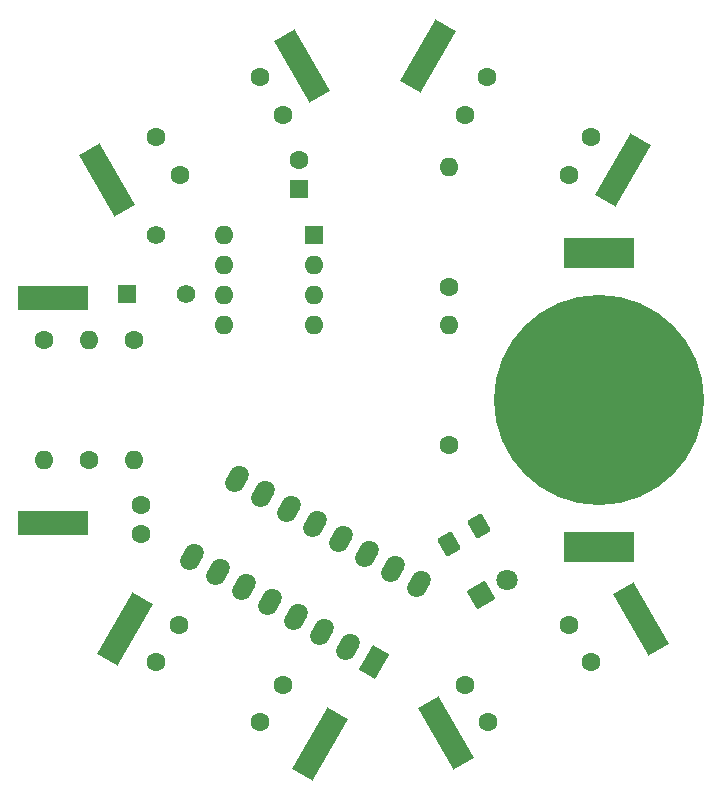
<source format=gbs>
G04 #@! TF.GenerationSoftware,KiCad,Pcbnew,7.0.9*
G04 #@! TF.CreationDate,2024-02-04T19:54:10+01:00*
G04 #@! TF.ProjectId,Toolbox,546f6f6c-626f-4782-9e6b-696361645f70,rev?*
G04 #@! TF.SameCoordinates,Original*
G04 #@! TF.FileFunction,Soldermask,Bot*
G04 #@! TF.FilePolarity,Negative*
%FSLAX46Y46*%
G04 Gerber Fmt 4.6, Leading zero omitted, Abs format (unit mm)*
G04 Created by KiCad (PCBNEW 7.0.9) date 2024-02-04 19:54:10*
%MOMM*%
%LPD*%
G01*
G04 APERTURE LIST*
G04 Aperture macros list*
%AMRoundRect*
0 Rectangle with rounded corners*
0 $1 Rounding radius*
0 $2 $3 $4 $5 $6 $7 $8 $9 X,Y pos of 4 corners*
0 Add a 4 corners polygon primitive as box body*
4,1,4,$2,$3,$4,$5,$6,$7,$8,$9,$2,$3,0*
0 Add four circle primitives for the rounded corners*
1,1,$1+$1,$2,$3*
1,1,$1+$1,$4,$5*
1,1,$1+$1,$6,$7*
1,1,$1+$1,$8,$9*
0 Add four rect primitives between the rounded corners*
20,1,$1+$1,$2,$3,$4,$5,0*
20,1,$1+$1,$4,$5,$6,$7,0*
20,1,$1+$1,$6,$7,$8,$9,0*
20,1,$1+$1,$8,$9,$2,$3,0*%
%AMHorizOval*
0 Thick line with rounded ends*
0 $1 width*
0 $2 $3 position (X,Y) of the first rounded end (center of the circle)*
0 $4 $5 position (X,Y) of the second rounded end (center of the circle)*
0 Add line between two ends*
20,1,$1,$2,$3,$4,$5,0*
0 Add two circle primitives to create the rounded ends*
1,1,$1,$2,$3*
1,1,$1,$4,$5*%
%AMRotRect*
0 Rectangle, with rotation*
0 The origin of the aperture is its center*
0 $1 length*
0 $2 width*
0 $3 Rotation angle, in degrees counterclockwise*
0 Add horizontal line*
21,1,$1,$2,0,0,$3*%
G04 Aperture macros list end*
%ADD10R,6.000000X2.000000*%
%ADD11R,6.000000X2.650000*%
%ADD12C,17.800000*%
%ADD13RotRect,2.000000X6.000000X30.000000*%
%ADD14RotRect,2.000000X6.000000X210.000000*%
%ADD15RotRect,2.000000X6.000000X330.000000*%
%ADD16RotRect,2.000000X6.000000X150.000000*%
%ADD17C,1.600000*%
%ADD18R,1.600000X1.600000*%
%ADD19HorizOval,1.600000X0.000000X0.000000X0.000000X0.000000X0*%
%ADD20HorizOval,1.600000X0.000000X0.000000X0.000000X0.000000X0*%
%ADD21HorizOval,1.600000X0.000000X0.000000X0.000000X0.000000X0*%
%ADD22O,1.600000X1.600000*%
%ADD23RoundRect,0.250001X-0.088036X-0.772515X0.713035X-0.310016X0.088036X0.772515X-0.713035X0.310016X0*%
%ADD24RotRect,2.400000X1.600000X60.000000*%
%ADD25HorizOval,1.600000X0.200000X0.346410X-0.200000X-0.346410X0*%
%ADD26R,1.560000X1.560000*%
%ADD27C,1.560000*%
%ADD28C,1.800000*%
%ADD29RotRect,1.800000X1.800000X30.000000*%
%ADD30HorizOval,1.600000X0.000000X0.000000X0.000000X0.000000X0*%
G04 APERTURE END LIST*
D10*
X72790000Y-110400000D03*
D11*
X119050000Y-112450000D03*
X119050000Y-87550000D03*
D12*
X119050000Y-100000000D03*
D13*
X122598442Y-118573097D03*
D14*
X93881558Y-71766903D03*
D15*
X78908442Y-119443097D03*
D14*
X77401558Y-81426903D03*
D16*
X104611558Y-70896903D03*
X121091558Y-80556903D03*
D13*
X106118442Y-128233097D03*
D10*
X72790000Y-91340000D03*
D15*
X95388442Y-129103097D03*
D17*
X93650000Y-79680000D03*
D18*
X93650000Y-82180000D03*
D19*
X90383818Y-127305000D03*
D17*
X81585000Y-122225000D03*
X109616182Y-127305000D03*
D20*
X118415000Y-122225000D03*
D21*
X83490000Y-119050000D03*
D17*
X92288818Y-124130000D03*
D20*
X92334409Y-75870000D03*
D17*
X83535591Y-80950000D03*
D22*
X106350000Y-93650000D03*
D17*
X106350000Y-103810000D03*
D23*
X108908213Y-110686250D03*
X106331787Y-112173750D03*
D17*
X79680000Y-94920000D03*
D22*
X79680000Y-105080000D03*
D24*
X100000000Y-122225000D03*
D25*
X97800295Y-120955000D03*
X95600591Y-119685000D03*
X93400886Y-118415000D03*
X91201182Y-117145000D03*
X89001477Y-115875000D03*
X86801773Y-114605000D03*
X84602068Y-113335000D03*
X88412068Y-106735886D03*
X90611773Y-108005886D03*
X92811477Y-109275886D03*
X95011182Y-110545886D03*
X97210886Y-111815886D03*
X99410591Y-113085886D03*
X101610295Y-114355886D03*
X103810000Y-115625886D03*
D22*
X106350000Y-80315000D03*
D17*
X106350000Y-90475000D03*
X72060000Y-94920000D03*
D22*
X72060000Y-105080000D03*
D18*
X94910000Y-86040000D03*
D22*
X94910000Y-88580000D03*
X94910000Y-91120000D03*
X94910000Y-93660000D03*
X87290000Y-93660000D03*
X87290000Y-91120000D03*
X87290000Y-88580000D03*
X87290000Y-86040000D03*
D17*
X107711182Y-75870000D03*
D19*
X116510000Y-80950000D03*
D26*
X79085000Y-91030000D03*
D27*
X81585000Y-86030000D03*
X84085000Y-91030000D03*
D22*
X75870000Y-94920000D03*
D17*
X75870000Y-105080000D03*
D28*
X111255523Y-115242500D03*
D29*
X109055818Y-116512500D03*
D30*
X81585000Y-77775000D03*
D17*
X90383818Y-72695000D03*
D30*
X107711182Y-124130000D03*
D17*
X116510000Y-119050000D03*
X118369409Y-77775000D03*
D21*
X109570591Y-72695000D03*
D17*
X80315000Y-111390000D03*
X80315000Y-108890000D03*
M02*

</source>
